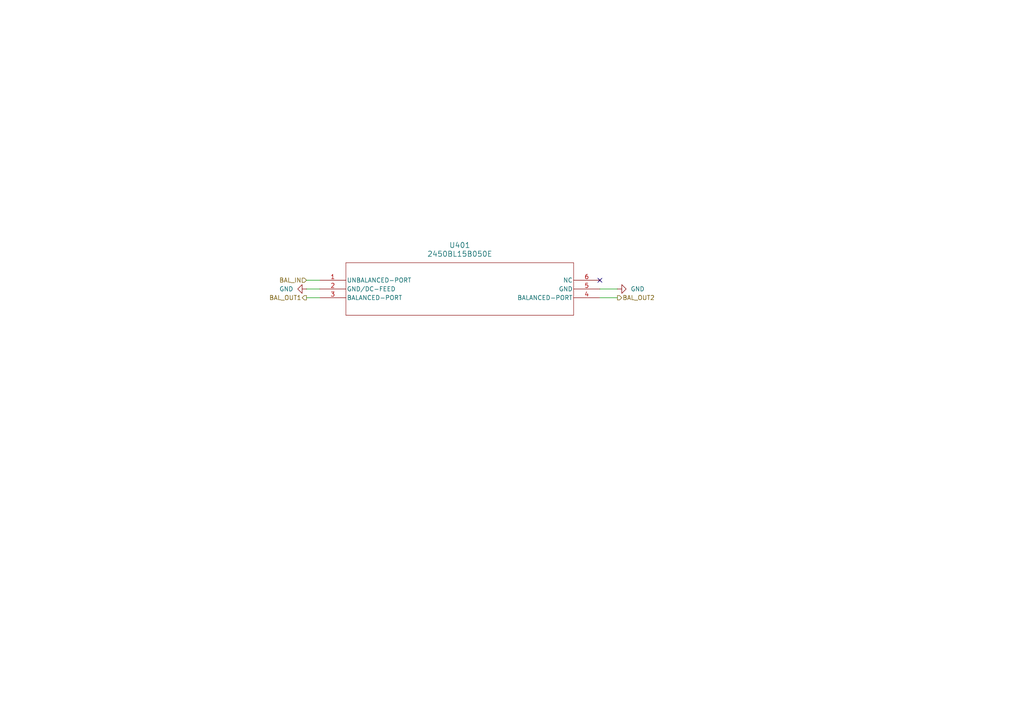
<source format=kicad_sch>
(kicad_sch (version 20231120) (generator "eeschema") (generator_version "8.0")
  (paper "A4")
  (lib_symbols
    (symbol "2.45GHz_Balun:2450BL15B050E" (pin_names (offset 0.254))
      (property "Reference" "U" (at 40.64 10.16 0))
      (property "Value" "2450BL15B050E" (at 40.64 7.62 0))
      (symbol "2450BL15B050E_0_1"
        (polyline (pts (xy 7.62 -10.16) (xy 73.66 -10.16)) (stroke (width 0.127)))
        (polyline (pts (xy 7.62 5.08) (xy 7.62 -10.16)) (stroke (width 0.127)))
        (polyline (pts (xy 73.66 -10.16) (xy 73.66 5.08)) (stroke (width 0.127)))
        (polyline (pts (xy 73.66 5.08) (xy 7.62 5.08)) (stroke (width 0.127)))
        (pin unspecified line (at 0 0 0) (length 7.62) (name "UNBALANCED-PORT") (number "1"))
        (pin unspecified line (at 0 -2.54 0) (length 7.62) (name "GND/DC-FEED") (number "2"))
        (pin unspecified line (at 0 -5.08 0) (length 7.62) (name "BALANCED-PORT") (number "3"))
        (pin unspecified line (at 81.28 -5.08 180) (length 7.62) (name "BALANCED-PORT") (number "4"))
        (pin power_out line (at 81.28 -2.54 180) (length 7.62) (name "GND") (number "5"))
        (pin no_connect line (at 81.28 0 180) (length 7.62) (name "NC") (number "6"))
      )
    )
    (symbol "power:GND" (power) (pin_numbers hide) (pin_names (offset 0) hide)
      (property "Value" "GND" (at 0 -3.81 0))
      (symbol "GND_0_1"
        (polyline (pts (xy 0 0) (xy 0 -1.27) (xy 1.27 -1.27) (xy 0 -2.54) (xy -1.27 -1.27) (xy 0 -1.27)))
      )
      (symbol "GND_1_1"
        (pin power_in line (at 0 0 270) (length 0) (name "~") (number "1"))
      )
    )
  )
  (no_connect (at 173.99 81.28))
  (wire (pts (xy 88.9 83.82) (xy 92.71 83.82)))
  (wire (pts (xy 173.99 83.82) (xy 179.07 83.82)))
  (wire (pts (xy 173.99 86.36) (xy 179.07 86.36)))
  (wire (pts (xy 88.9 81.28) (xy 92.71 81.28)))
  (wire (pts (xy 88.9 86.36) (xy 92.71 86.36)))
  (hierarchical_label "BAL_IN" (shape input) (at 88.9 81.28 180))
  (hierarchical_label "BAL_OUT1" (shape output) (at 88.9 86.36 180))
  (hierarchical_label "BAL_OUT2" (shape output) (at 179.07 86.36 0))
  (symbol (lib_id "power:GND") (at 88.9 83.82 270) (unit 1)
    (property "Reference" "#PWR0402" (effects (hide yes)))
    (property "Value" "GND" (at 85.09 83.8199 90) (effects (justify right)))
    (property "Description" "Power symbol creates a global label with name \"GND\" , ground" (effects (hide yes)))
    (instances (project "FCOMMS_AD9361" (path "" (reference "#PWR0402") (unit 1)) (path "" (reference "#PWR0501") (unit 1)) (path "" (reference "#PWR0701") (unit 1)) (path "" (reference "#PWR0601") (unit 1))))
  )
  (symbol (lib_id "power:GND") (at 179.07 83.82 90) (unit 1)
    (property "Reference" "#PWR0101" (effects (hide yes)))
    (property "Value" "GND" (at 182.88 83.8199 90) (effects (justify right)))
    (property "Description" "Power symbol creates a global label with name \"GND\" , ground" (effects (hide yes)))
    (instances (project "FCOMMS_AD9361" (path "" (reference "#PWR0101") (unit 1)) (path "" (reference "#PWR0502") (unit 1)) (path "" (reference "#PWR0702") (unit 1)) (path "" (reference "#PWR0602") (unit 1))))
  )
  (symbol (lib_id "2.45GHz_Balun:2450BL15B050E") (at 92.71 81.28 0) (unit 1)
    (property "Reference" "U401" (at 133.35 71.12 0) (effects (font (size 1.524 1.524))))
    (property "Value" "2450BL15B050E" (at 133.35 73.66 0) (effects (font (size 1.524 1.524))))
    (property "Footprint" "2450BL15B050E_JOT" (effects (hide yes)))
    (property "Datasheet" "2450BL15B050E" (effects (hide yes)))
    (instances (project "FCOMMS_AD9361" (path "" (reference "U401") (unit 1)) (path "" (reference "U501") (unit 1)) (path "" (reference "U701") (unit 1)) (path "" (reference "U601") (unit 1))))
  )
)
</source>
